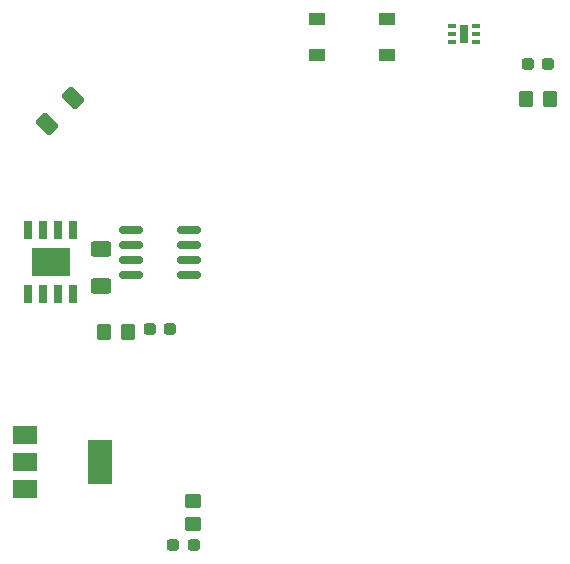
<source format=gbr>
%TF.GenerationSoftware,KiCad,Pcbnew,7.0.10*%
%TF.CreationDate,2024-01-05T15:39:22+01:00*%
%TF.ProjectId,GateControl,47617465-436f-46e7-9472-6f6c2e6b6963,rev?*%
%TF.SameCoordinates,Original*%
%TF.FileFunction,Paste,Top*%
%TF.FilePolarity,Positive*%
%FSLAX46Y46*%
G04 Gerber Fmt 4.6, Leading zero omitted, Abs format (unit mm)*
G04 Created by KiCad (PCBNEW 7.0.10) date 2024-01-05 15:39:22*
%MOMM*%
%LPD*%
G01*
G04 APERTURE LIST*
G04 Aperture macros list*
%AMRoundRect*
0 Rectangle with rounded corners*
0 $1 Rounding radius*
0 $2 $3 $4 $5 $6 $7 $8 $9 X,Y pos of 4 corners*
0 Add a 4 corners polygon primitive as box body*
4,1,4,$2,$3,$4,$5,$6,$7,$8,$9,$2,$3,0*
0 Add four circle primitives for the rounded corners*
1,1,$1+$1,$2,$3*
1,1,$1+$1,$4,$5*
1,1,$1+$1,$6,$7*
1,1,$1+$1,$8,$9*
0 Add four rect primitives between the rounded corners*
20,1,$1+$1,$2,$3,$4,$5,0*
20,1,$1+$1,$4,$5,$6,$7,0*
20,1,$1+$1,$6,$7,$8,$9,0*
20,1,$1+$1,$8,$9,$2,$3,0*%
G04 Aperture macros list end*
%ADD10RoundRect,0.237500X-0.287500X-0.237500X0.287500X-0.237500X0.287500X0.237500X-0.287500X0.237500X0*%
%ADD11RoundRect,0.250000X0.159099X-0.724784X0.724784X-0.159099X-0.159099X0.724784X-0.724784X0.159099X0*%
%ADD12RoundRect,0.250000X-0.350000X-0.450000X0.350000X-0.450000X0.350000X0.450000X-0.350000X0.450000X0*%
%ADD13R,0.650000X1.525000*%
%ADD14R,3.300000X2.410000*%
%ADD15RoundRect,0.237500X0.287500X0.237500X-0.287500X0.237500X-0.287500X-0.237500X0.287500X-0.237500X0*%
%ADD16RoundRect,0.250000X0.625000X-0.400000X0.625000X0.400000X-0.625000X0.400000X-0.625000X-0.400000X0*%
%ADD17R,2.000000X1.500000*%
%ADD18R,2.000000X3.800000*%
%ADD19R,1.350000X1.100000*%
%ADD20RoundRect,0.250000X-0.450000X0.350000X-0.450000X-0.350000X0.450000X-0.350000X0.450000X0.350000X0*%
%ADD21R,0.800000X0.300000*%
%ADD22R,0.750000X1.550000*%
%ADD23RoundRect,0.150000X0.825000X0.150000X-0.825000X0.150000X-0.825000X-0.150000X0.825000X-0.150000X0*%
G04 APERTURE END LIST*
D10*
%TO.C,D6*%
X173875000Y-109000000D03*
X175625000Y-109000000D03*
%TD*%
D11*
%TO.C,R_SENSE1*%
X163153984Y-73346016D03*
X165346016Y-71153984D03*
%TD*%
D12*
%TO.C,R10k_4*%
X168000000Y-91000000D03*
X170000000Y-91000000D03*
%TD*%
D10*
%TO.C,D1*%
X203875000Y-68250000D03*
X205625000Y-68250000D03*
%TD*%
D13*
%TO.C,U4*%
X161595000Y-87737000D03*
X162865000Y-87737000D03*
X164135000Y-87737000D03*
X165405000Y-87737000D03*
X165405000Y-82313000D03*
X164135000Y-82313000D03*
X162865000Y-82313000D03*
X161595000Y-82313000D03*
D14*
X163500000Y-85025000D03*
%TD*%
D15*
%TO.C,D7*%
X173625000Y-90750000D03*
X171875000Y-90750000D03*
%TD*%
D16*
%TO.C,R_SHNT1*%
X167750000Y-87050000D03*
X167750000Y-83950000D03*
%TD*%
D17*
%TO.C,U5*%
X161350000Y-99700000D03*
X161350000Y-102000000D03*
D18*
X167650000Y-102000000D03*
D17*
X161350000Y-104300000D03*
%TD*%
D19*
%TO.C,S1*%
X186075000Y-64500000D03*
X191925000Y-64500000D03*
X186075000Y-67500000D03*
X191925000Y-67500000D03*
%TD*%
D12*
%TO.C,R2k_1*%
X203750000Y-71250000D03*
X205750000Y-71250000D03*
%TD*%
D20*
%TO.C,R2k_4*%
X175500000Y-105250000D03*
X175500000Y-107250000D03*
%TD*%
D21*
%TO.C,U3*%
X197500000Y-65100000D03*
X197500000Y-65750000D03*
X197500000Y-66400000D03*
X199500000Y-66400000D03*
X199500000Y-65750000D03*
X199500000Y-65100000D03*
D22*
X198500000Y-65750000D03*
%TD*%
D23*
%TO.C,U2*%
X175225000Y-86155000D03*
X175225000Y-84885000D03*
X175225000Y-83615000D03*
X175225000Y-82345000D03*
X170275000Y-82345000D03*
X170275000Y-83615000D03*
X170275000Y-84885000D03*
X170275000Y-86155000D03*
%TD*%
M02*

</source>
